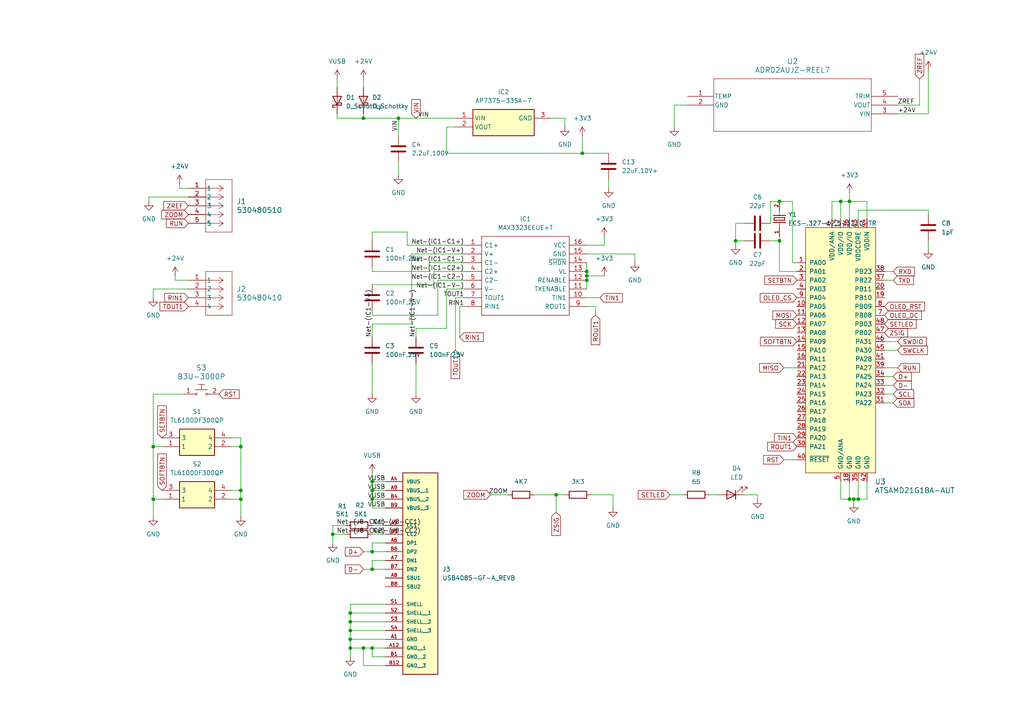
<source format=kicad_sch>
(kicad_sch (version 20231120) (generator "eeschema") (generator_version "8.0")
  (paper "A4")
  (lib_symbols
    (symbol "530480410:530480410" (pin_names (offset 0.254))
      (property "Reference" "J" (at 8.89 6.35 0))
      (property "Value" "530480410" (at 0 0 0))
      (symbol "530480410_1_1"
        (pin unspecified line (at 0 0 0) (length 5.08) (name "1") (number "1"))
        (pin unspecified line (at 0 -2.54 0) (length 5.08) (name "2") (number "2"))
        (pin unspecified line (at 0 -5.08 0) (length 5.08) (name "3") (number "3"))
        (pin unspecified line (at 0 -7.62 0) (length 5.08) (name "4") (number "4"))
      )
      (symbol "530480410_1_2"
        (pin unspecified line (at 0 0 0) (length 5.08) (name "1") (number "1"))
        (pin unspecified line (at 0 -2.54 0) (length 5.08) (name "2") (number "2"))
        (pin unspecified line (at 0 -5.08 0) (length 5.08) (name "3") (number "3"))
        (pin unspecified line (at 0 -7.62 0) (length 5.08) (name "4") (number "4"))
      )
    )
    (symbol "530480510:530480510" (pin_names (offset 0.254))
      (property "Reference" "J" (at 8.89 6.35 0))
      (property "Value" "530480510" (at 0 0 0))
      (symbol "530480510_1_1"
        (pin unspecified line (at 0 0 0) (length 5.08) (name "1") (number "1"))
        (pin unspecified line (at 0 -2.54 0) (length 5.08) (name "2") (number "2"))
        (pin unspecified line (at 0 -5.08 0) (length 5.08) (name "3") (number "3"))
        (pin unspecified line (at 0 -7.62 0) (length 5.08) (name "4") (number "4"))
        (pin unspecified line (at 0 -10.16 0) (length 5.08) (name "5") (number "5"))
      )
      (symbol "530480510_1_2"
        (pin unspecified line (at 0 0 0) (length 5.08) (name "1") (number "1"))
        (pin unspecified line (at 0 -2.54 0) (length 5.08) (name "2") (number "2"))
        (pin unspecified line (at 0 -5.08 0) (length 5.08) (name "3") (number "3"))
        (pin unspecified line (at 0 -7.62 0) (length 5.08) (name "4") (number "4"))
        (pin unspecified line (at 0 -10.16 0) (length 5.08) (name "5") (number "5"))
      )
    )
    (symbol "ADR02AUJZ_REEL7:ADR02AUJZ-REEL7" (pin_names (offset 0.254))
      (property "Reference" "U" (at 30.48 10.16 0))
      (property "Value" "ADR02AUJZ-REEL7" (at 30.48 7.62 0))
      (symbol "ADR02AUJZ-REEL7_0_1"
        (pin unspecified line (at 0 0 0) (length 7.62) (name "TEMP") (number "1"))
        (pin unspecified line (at 0 -2.54 0) (length 7.62) (name "GND") (number "2"))
        (pin unspecified line (at 60.96 -5.08 180) (length 7.62) (name "VIN") (number "3"))
        (pin unspecified line (at 60.96 -2.54 180) (length 7.62) (name "VOUT") (number "4"))
        (pin unspecified line (at 60.96 0 180) (length 7.62) (name "TRIM") (number "5"))
      )
    )
    (symbol "AP7375-33SA-7:AP7375-33SA-7"
      (property "Reference" "IC" (at 24.13 7.62 0))
      (property "Value" "AP7375-33SA-7" (at 24.13 5.08 0))
      (symbol "AP7375-33SA-7_1_1"
        (pin passive line (at 0 0 0) (length 5.08) (name "VIN") (number "1"))
        (pin passive line (at 0 -2.54 0) (length 5.08) (name "VOUT") (number "2"))
        (pin passive line (at 27.94 0 180) (length 5.08) (name "GND") (number "3"))
      )
    )
    (symbol "Device:C" (pin_numbers hide) (pin_names (offset 0.254))
      (property "Reference" "C" (at 0.635 2.54 0))
      (property "Value" "C" (at 0.635 -2.54 0))
      (symbol "C_1_1"
        (pin passive line (at 0 3.81 270) (length 2.794) (name "~") (number "1"))
        (pin passive line (at 0 -3.81 90) (length 2.794) (name "~") (number "2"))
      )
    )
    (symbol "Device:D_Schottky" (pin_numbers hide) (pin_names (offset 1.016) hide)
      (property "Reference" "D" (at 0 2.54 0))
      (property "Value" "D_Schottky" (at 0 -2.54 0))
      (symbol "D_Schottky_1_1"
        (pin passive line (at -3.81 0 0) (length 2.54) (name "K") (number "1"))
        (pin passive line (at 3.81 0 180) (length 2.54) (name "A") (number "2"))
      )
    )
    (symbol "Device:LED" (pin_numbers hide) (pin_names (offset 1.016) hide)
      (property "Reference" "D" (at 0 2.54 0))
      (property "Value" "LED" (at 0 -2.54 0))
      (symbol "LED_1_1"
        (pin passive line (at -3.81 0 0) (length 2.54) (name "K") (number "1"))
        (pin passive line (at 3.81 0 180) (length 2.54) (name "A") (number "2"))
      )
    )
    (symbol "Device:R" (pin_numbers hide) (pin_names (offset 0))
      (property "Reference" "R" (at 2.032 0 90))
      (property "Value" "R" (at 0 0 90))
      (symbol "R_1_1"
        (pin passive line (at 0 3.81 270) (length 1.27) (name "~") (number "1"))
        (pin passive line (at 0 -3.81 90) (length 1.27) (name "~") (number "2"))
      )
    )
    (symbol "ECS-.327-12.5-1210-TR:ECS-.327-12.5-1210-TR" (pin_names (offset 1.016))
      (property "Reference" "Y" (at -4.3242 2.2893 0))
      (property "Value" "ECS-.327-12.5-1210-TR" (at -4.3233 -3.8147 0))
      (symbol "ECS-.327-12.5-1210-TR_0_0"
        (pin passive line (at -5.08 0 0) (length 2.54) (name "~") (number "1"))
        (pin passive line (at 5.08 0 180) (length 2.54) (name "~") (number "2"))
      )
    )
    (symbol "MAX3323EEPE+:MAX3323EEPE+" (pin_names (offset 0.762))
      (property "Reference" "IC" (at 31.75 7.62 0))
      (property "Value" "MAX3323EEPE+" (at 31.75 5.08 0))
      (symbol "MAX3323EEPE+_0_0"
        (pin passive line (at 0 0 0) (length 5.08) (name "C1+") (number "1"))
        (pin passive line (at 35.56 -15.24 180) (length 5.08) (name "TIN1") (number "10"))
        (pin passive line (at 35.56 -12.7 180) (length 5.08) (name "TXENABLE") (number "11"))
        (pin passive line (at 35.56 -10.16 180) (length 5.08) (name "RENABLE") (number "12"))
        (pin passive line (at 35.56 -7.62 180) (length 5.08) (name "VL") (number "13"))
        (pin passive line (at 35.56 -5.08 180) (length 5.08) (name "~{SHDN}") (number "14"))
        (pin passive line (at 35.56 -2.54 180) (length 5.08) (name "GND") (number "15"))
        (pin passive line (at 35.56 0 180) (length 5.08) (name "VCC") (number "16"))
        (pin passive line (at 0 -2.54 0) (length 5.08) (name "V+") (number "2"))
        (pin passive line (at 0 -5.08 0) (length 5.08) (name "C1-") (number "3"))
        (pin passive line (at 0 -7.62 0) (length 5.08) (name "C2+") (number "4"))
        (pin passive line (at 0 -10.16 0) (length 5.08) (name "C2-") (number "5"))
        (pin passive line (at 0 -12.7 0) (length 5.08) (name "V-") (number "6"))
        (pin passive line (at 0 -15.24 0) (length 5.08) (name "TOUT1") (number "7"))
        (pin passive line (at 0 -17.78 0) (length 5.08) (name "RIN1") (number "8"))
        (pin passive line (at 35.56 -17.78 180) (length 5.08) (name "ROUT1") (number "9"))
      )
    )
    (symbol "TL6100DF300QP:TL6100AF300QP"
      (property "Reference" "S" (at 16.51 7.62 0))
      (property "Value" "TL6100AF300QP" (at 16.51 5.08 0))
      (symbol "TL6100AF300QP_1_1"
        (pin passive line (at 0 -2.54 0) (length 5.08) (name "1") (number "1"))
        (pin passive line (at 20.32 -2.54 180) (length 5.08) (name "2") (number "2"))
        (pin passive line (at 0 0 0) (length 5.08) (name "3") (number "3"))
        (pin passive line (at 20.32 0 180) (length 5.08) (name "4") (number "4"))
      )
    )
    (symbol "USB4085-GF-A_REVB:USB4085-GF-A_REVB" (pin_names (offset 1.016))
      (property "Reference" "J" (at -5.08 18.288 0))
      (property "Value" "USB4085-GF-A_REVB" (at -5.08 -43.18 0))
      (symbol "USB4085-GF-A_REVB_0_0"
        (pin power_in line (at -10.16 -30.48 0) (length 5.08) (name "GND") (number "A1"))
        (pin power_in line (at -10.16 -33.02 0) (length 5.08) (name "GND__1") (number "A12"))
        (pin power_in line (at -10.16 15.24 0) (length 5.08) (name "VBUS") (number "A4"))
        (pin bidirectional line (at -10.16 2.54 0) (length 5.08) (name "CC1") (number "A5"))
        (pin bidirectional line (at -10.16 -2.54 0) (length 5.08) (name "DP1") (number "A6"))
        (pin bidirectional line (at -10.16 -7.62 0) (length 5.08) (name "DN1") (number "A7"))
        (pin bidirectional line (at -10.16 -12.7 0) (length 5.08) (name "SBU1") (number "A8"))
        (pin power_in line (at -10.16 12.7 0) (length 5.08) (name "VBUS__1") (number "A9"))
        (pin power_in line (at -10.16 -35.56 0) (length 5.08) (name "GND__2") (number "B1"))
        (pin power_in line (at -10.16 -38.1 0) (length 5.08) (name "GND__3") (number "B12"))
        (pin power_in line (at -10.16 10.16 0) (length 5.08) (name "VBUS__2") (number "B4"))
        (pin bidirectional line (at -10.16 0 0) (length 5.08) (name "CC2") (number "B5"))
        (pin bidirectional line (at -10.16 -5.08 0) (length 5.08) (name "DP2") (number "B6"))
        (pin bidirectional line (at -10.16 -10.16 0) (length 5.08) (name "DN2") (number "B7"))
        (pin bidirectional line (at -10.16 -15.24 0) (length 5.08) (name "SBU2") (number "B8"))
        (pin power_in line (at -10.16 7.62 0) (length 5.08) (name "VBUS__3") (number "B9"))
        (pin passive line (at -10.16 -20.32 0) (length 5.08) (name "SHELL") (number "S1"))
        (pin passive line (at -10.16 -22.86 0) (length 5.08) (name "SHELL__1") (number "S2"))
        (pin passive line (at -10.16 -25.4 0) (length 5.08) (name "SHELL__2") (number "S3"))
        (pin passive line (at -10.16 -27.94 0) (length 5.08) (name "SHELL__3") (number "S4"))
      )
    )
    (symbol "dk_Embedded-Microcontrollers:ATSAMD21G18A-AUT" (pin_names (offset 1.016))
      (property "Reference" "U" (at -10.16 39.37 0))
      (property "Value" "ATSAMD21G18A-AUT" (at 0 0 90))
      (symbol "ATSAMD21G18A-AUT_1_1"
        (pin bidirectional line (at -12.7 27.94 0) (length 2.54) (name "PA00") (number "1"))
        (pin bidirectional line (at -12.7 15.24 0) (length 2.54) (name "PA05") (number "10"))
        (pin bidirectional line (at -12.7 12.7 0) (length 2.54) (name "PA06") (number "11"))
        (pin bidirectional line (at -12.7 10.16 0) (length 2.54) (name "PA07") (number "12"))
        (pin bidirectional line (at -12.7 7.62 0) (length 2.54) (name "PA08") (number "13"))
        (pin bidirectional line (at -12.7 5.08 0) (length 2.54) (name "PA09") (number "14"))
        (pin bidirectional line (at -12.7 2.54 0) (length 2.54) (name "PA10") (number "15"))
        (pin bidirectional line (at -12.7 0 0) (length 2.54) (name "PA11") (number "16"))
        (pin power_in line (at 0 40.64 270) (length 2.54) (name "VDD/IO") (number "17"))
        (pin power_in line (at 2.54 -35.56 90) (length 2.54) (name "GND") (number "18"))
        (pin bidirectional line (at 12.7 17.78 180) (length 2.54) (name "PB10") (number "19"))
        (pin bidirectional line (at -12.7 25.4 0) (length 2.54) (name "PA01") (number "2"))
        (pin bidirectional line (at 12.7 20.32 180) (length 2.54) (name "PB11") (number "20"))
        (pin bidirectional line (at -12.7 -2.54 0) (length 2.54) (name "PA12") (number "21"))
        (pin bidirectional line (at -12.7 -5.08 0) (length 2.54) (name "PA13") (number "22"))
        (pin bidirectional line (at -12.7 -7.62 0) (length 2.54) (name "PA14") (number "23"))
        (pin bidirectional line (at -12.7 -10.16 0) (length 2.54) (name "PA15") (number "24"))
        (pin bidirectional line (at -12.7 -12.7 0) (length 2.54) (name "PA16") (number "25"))
        (pin bidirectional line (at -12.7 -15.24 0) (length 2.54) (name "PA17") (number "26"))
        (pin bidirectional line (at -12.7 -17.78 0) (length 2.54) (name "PA18") (number "27"))
        (pin bidirectional line (at -12.7 -20.32 0) (length 2.54) (name "PA19") (number "28"))
        (pin bidirectional line (at -12.7 -22.86 0) (length 2.54) (name "PA20") (number "29"))
        (pin bidirectional line (at -12.7 22.86 0) (length 2.54) (name "PA02") (number "3"))
        (pin bidirectional line (at -12.7 -25.4 0) (length 2.54) (name "PA21") (number "30"))
        (pin bidirectional line (at 12.7 -12.7 180) (length 2.54) (name "PA22") (number "31"))
        (pin bidirectional line (at 12.7 -10.16 180) (length 2.54) (name "PA23") (number "32"))
        (pin bidirectional line (at 12.7 -7.62 180) (length 2.54) (name "PA24") (number "33"))
        (pin bidirectional line (at 12.7 -5.08 180) (length 2.54) (name "PA25") (number "34"))
        (pin power_in line (at 5.08 -35.56 90) (length 2.54) (name "GND") (number "35"))
        (pin power_in line (at 2.54 40.64 270) (length 2.54) (name "VDD/IO") (number "36"))
        (pin bidirectional line (at 12.7 22.86 180) (length 2.54) (name "PB22") (number "37"))
        (pin bidirectional line (at 12.7 25.4 180) (length 2.54) (name "PB23") (number "38"))
        (pin bidirectional line (at 12.7 -2.54 180) (length 2.54) (name "PA27") (number "39"))
        (pin bidirectional line (at -12.7 20.32 0) (length 2.54) (name "PA03") (number "4"))
        (pin input line (at -12.7 -29.21 0) (length 2.54) (name "~{RESET}") (number "40"))
        (pin bidirectional line (at 12.7 0 180) (length 2.54) (name "PA28") (number "41"))
        (pin power_in line (at 7.62 -35.56 90) (length 2.54) (name "GND") (number "42"))
        (pin power_in line (at 5.08 40.64 270) (length 2.54) (name "VDDCORE") (number "43"))
        (pin power_in line (at 7.62 40.64 270) (length 2.54) (name "VDDIN") (number "44"))
        (pin bidirectional line (at 12.7 2.54 180) (length 2.54) (name "PA30") (number "45"))
        (pin bidirectional line (at 12.7 5.08 180) (length 2.54) (name "PA31") (number "46"))
        (pin bidirectional line (at 12.7 7.62 180) (length 2.54) (name "PB02") (number "47"))
        (pin bidirectional line (at 12.7 10.16 180) (length 2.54) (name "PB03") (number "48"))
        (pin power_in line (at 0 -35.56 90) (length 2.54) (name "GND/ANA") (number "5"))
        (pin power_in line (at -2.54 40.64 270) (length 2.54) (name "VDD/ANA") (number "6"))
        (pin bidirectional line (at 12.7 12.7 180) (length 2.54) (name "PB08") (number "7"))
        (pin bidirectional line (at 12.7 15.24 180) (length 2.54) (name "PB09") (number "8"))
        (pin bidirectional line (at -12.7 17.78 0) (length 2.54) (name "PA04") (number "9"))
      )
    )
    (symbol "dk_Tactile-Switches:B3U-1000P" (pin_names (offset 1.016))
      (property "Reference" "S" (at 0 4.064 0))
      (property "Value" "B3U-1000P" (at 0 -2.54 0))
      (symbol "B3U-1000P_1_1"
        (pin passive line (at -5.08 0 0) (length 2.54) (name "~") (number "1"))
        (pin passive line (at 5.08 0 180) (length 2.54) (name "~") (number "2"))
      )
    )
    (symbol "power:+24V" (power) (pin_numbers hide) (pin_names (offset 0) hide)
      (property "Value" "+24V" (at 0 3.556 0))
      (symbol "+24V_1_1"
        (pin power_in line (at 0 0 90) (length 0) (name "~") (number "1"))
      )
    )
    (symbol "power:+3V3" (power) (pin_numbers hide) (pin_names (offset 0) hide)
      (property "Value" "+3V3" (at 0 3.556 0))
      (symbol "+3V3_1_1"
        (pin power_in line (at 0 0 90) (length 0) (name "~") (number "1"))
      )
    )
    (symbol "power:GND" (power) (pin_numbers hide) (pin_names (offset 0) hide)
      (property "Value" "GND" (at 0 -3.81 0))
      (symbol "GND_1_1"
        (pin power_in line (at 0 0 270) (length 0) (name "~") (number "1"))
      )
    )
  )
  (junction (at 246.38 144.78))
  (junction (at 96.52 154.94))
  (junction (at 213.36 69.85))
  (junction (at 44.45 144.78))
  (junction (at 69.85 142.24))
  (junction (at 115.57 34.29))
  (junction (at 226.06 69.85))
  (junction (at 161.29 143.51))
  (junction (at 107.95 160.02))
  (junction (at 101.6 187.96))
  (junction (at 107.95 144.78))
  (junction (at 101.6 177.8))
  (junction (at 107.95 142.24))
  (junction (at 107.95 165.1))
  (junction (at 44.45 129.54))
  (junction (at 248.92 144.78))
  (junction (at 105.41 34.29))
  (junction (at 246.38 58.42))
  (junction (at 247.65 144.78))
  (junction (at 101.6 180.34))
  (junction (at 107.95 139.7))
  (junction (at 170.18 80.01))
  (junction (at 226.06 58.42))
  (junction (at 243.84 58.42))
  (junction (at 69.85 144.78))
  (junction (at 170.18 81.28))
  (junction (at 168.91 44.45))
  (junction (at 170.18 78.74))
  (junction (at 107.95 187.96))
  (junction (at 101.6 185.42))
  (junction (at 69.85 129.54))
  (junction (at 101.6 182.88))
  (junction (at 105.41 187.96))
  (wire (pts (xy 129.54 83.82) (xy 134.62 83.82)))
  (wire (pts (xy 132.08 86.36) (xy 132.08 101.6)))
  (wire (pts (xy 251.46 139.7) (xy 251.46 144.78)))
  (wire (pts (xy 170.18 76.2) (xy 170.18 78.74)))
  (wire (pts (xy 46.99 144.78) (xy 44.45 144.78)))
  (wire (pts (xy 107.95 90.17) (xy 107.95 91.44)))
  (wire (pts (xy 107.95 142.24) (xy 111.76 142.24)))
  (wire (pts (xy 256.54 106.68) (xy 260.35 106.68)))
  (wire (pts (xy 67.31 144.78) (xy 69.85 144.78)))
  (wire (pts (xy 219.71 143.51) (xy 219.71 144.78)))
  (wire (pts (xy 44.45 129.54) (xy 44.45 144.78)))
  (wire (pts (xy 44.45 86.36) (xy 44.45 83.82)))
  (wire (pts (xy 241.3 58.42) (xy 243.84 58.42)))
  (wire (pts (xy 101.6 177.8) (xy 101.6 180.34)))
  (wire (pts (xy 246.38 58.42) (xy 251.46 58.42)))
  (wire (pts (xy 107.95 165.1) (xy 111.76 165.1)))
  (wire (pts (xy 229.87 58.42) (xy 229.87 76.2)))
  (wire (pts (xy 227.33 133.35) (xy 231.14 133.35)))
  (wire (pts (xy 251.46 63.5) (xy 251.46 58.42)))
  (wire (pts (xy 101.6 187.96) (xy 105.41 187.96)))
  (wire (pts (xy 142.24 143.51) (xy 147.32 143.51)))
  (wire (pts (xy 107.95 190.5) (xy 107.95 187.96)))
  (wire (pts (xy 184.15 73.66) (xy 184.15 76.2)))
  (wire (pts (xy 115.57 39.37) (xy 115.57 34.29)))
  (wire (pts (xy 105.41 33.02) (xy 105.41 34.29)))
  (wire (pts (xy 111.76 190.5) (xy 107.95 190.5)))
  (wire (pts (xy 107.95 93.98) (xy 107.95 97.79)))
  (wire (pts (xy 43.18 58.42) (xy 43.18 57.15)))
  (wire (pts (xy 107.95 147.32) (xy 107.95 144.78)))
  (wire (pts (xy 170.18 81.28) (xy 170.18 83.82)))
  (wire (pts (xy 243.84 63.5) (xy 243.84 58.42)))
  (wire (pts (xy 107.95 147.32) (xy 111.76 147.32)))
  (wire (pts (xy 50.8 80.01) (xy 50.8 81.28)))
  (wire (pts (xy 127 81.28) (xy 134.62 81.28)))
  (wire (pts (xy 248.92 63.5) (xy 248.92 60.96)))
  (wire (pts (xy 168.91 39.37) (xy 168.91 44.45)))
  (wire (pts (xy 231.14 76.2) (xy 229.87 76.2)))
  (wire (pts (xy 107.95 160.02) (xy 111.76 160.02)))
  (wire (pts (xy 127 91.44) (xy 127 81.28)))
  (wire (pts (xy 223.52 64.77) (xy 223.52 58.42)))
  (wire (pts (xy 100.33 152.4) (xy 96.52 152.4)))
  (wire (pts (xy 115.57 46.99) (xy 115.57 50.8)))
  (wire (pts (xy 170.18 78.74) (xy 170.18 80.01)))
  (wire (pts (xy 105.41 187.96) (xy 105.41 193.04)))
  (wire (pts (xy 226.06 58.42) (xy 229.87 58.42)))
  (wire (pts (xy 120.65 95.25) (xy 129.54 95.25)))
  (wire (pts (xy 107.95 67.31) (xy 107.95 69.85)))
  (wire (pts (xy 160.02 34.29) (xy 163.83 34.29)))
  (wire (pts (xy 54.61 54.61) (xy 52.07 54.61)))
  (wire (pts (xy 111.76 139.7) (xy 107.95 139.7)))
  (wire (pts (xy 269.24 20.32) (xy 269.24 33.02)))
  (wire (pts (xy 134.62 88.9) (xy 133.35 88.9)))
  (wire (pts (xy 43.18 57.15) (xy 54.61 57.15)))
  (wire (pts (xy 170.18 88.9) (xy 172.72 88.9)))
  (wire (pts (xy 215.9 143.51) (xy 219.71 143.51)))
  (wire (pts (xy 97.79 33.02) (xy 97.79 34.29)))
  (wire (pts (xy 163.83 34.29) (xy 163.83 36.83)))
  (wire (pts (xy 107.95 105.41) (xy 107.95 114.3)))
  (wire (pts (xy 223.52 58.42) (xy 226.06 58.42)))
  (wire (pts (xy 172.72 88.9) (xy 172.72 91.44)))
  (wire (pts (xy 124.46 78.74) (xy 124.46 76.2)))
  (wire (pts (xy 120.65 97.79) (xy 120.65 95.25)))
  (wire (pts (xy 243.84 144.78) (xy 246.38 144.78)))
  (wire (pts (xy 256.54 81.28) (xy 259.08 81.28)))
  (wire (pts (xy 205.74 143.51) (xy 208.28 143.51)))
  (wire (pts (xy 111.76 193.04) (xy 105.41 193.04)))
  (wire (pts (xy 46.99 129.54) (xy 44.45 129.54)))
  (wire (pts (xy 133.35 88.9) (xy 133.35 97.79)))
  (wire (pts (xy 247.65 144.78) (xy 247.65 146.05)))
  (wire (pts (xy 170.18 86.36) (xy 173.99 86.36)))
  (wire (pts (xy 170.18 80.01) (xy 175.26 80.01)))
  (wire (pts (xy 213.36 64.77) (xy 215.9 64.77)))
  (wire (pts (xy 241.3 63.5) (xy 241.3 58.42)))
  (wire (pts (xy 256.54 101.6) (xy 260.35 101.6)))
  (wire (pts (xy 44.45 114.3) (xy 44.45 129.54)))
  (wire (pts (xy 44.45 144.78) (xy 44.45 149.86)))
  (wire (pts (xy 107.95 139.7) (xy 107.95 142.24)))
  (wire (pts (xy 107.95 157.48) (xy 107.95 160.02)))
  (wire (pts (xy 107.95 91.44) (xy 127 91.44)))
  (wire (pts (xy 107.95 82.55) (xy 125.73 82.55)))
  (wire (pts (xy 111.76 162.56) (xy 107.95 162.56)))
  (wire (pts (xy 96.52 157.48) (xy 96.52 154.94)))
  (wire (pts (xy 256.54 99.06) (xy 260.35 99.06)))
  (wire (pts (xy 101.6 175.26) (xy 101.6 177.8)))
  (wire (pts (xy 97.79 22.86) (xy 97.79 25.4)))
  (wire (pts (xy 101.6 177.8) (xy 111.76 177.8)))
  (wire (pts (xy 69.85 144.78) (xy 69.85 149.86)))
  (wire (pts (xy 168.91 44.45) (xy 176.53 44.45)))
  (wire (pts (xy 177.8 143.51) (xy 177.8 147.32)))
  (wire (pts (xy 111.76 157.48) (xy 107.95 157.48)))
  (wire (pts (xy 248.92 60.96) (xy 269.24 60.96)))
  (wire (pts (xy 260.35 30.48) (xy 266.7 30.48)))
  (wire (pts (xy 260.35 33.02) (xy 269.24 33.02)))
  (wire (pts (xy 101.6 180.34) (xy 111.76 180.34)))
  (wire (pts (xy 129.54 44.45) (xy 168.91 44.45)))
  (wire (pts (xy 226.06 68.58) (xy 226.06 69.85)))
  (wire (pts (xy 246.38 139.7) (xy 246.38 144.78)))
  (wire (pts (xy 118.11 67.31) (xy 107.95 67.31)))
  (wire (pts (xy 256.54 111.76) (xy 259.08 111.76)))
  (wire (pts (xy 107.95 77.47) (xy 107.95 78.74)))
  (wire (pts (xy 161.29 143.51) (xy 161.29 148.59)))
  (wire (pts (xy 107.95 187.96) (xy 111.76 187.96)))
  (wire (pts (xy 54.61 81.28) (xy 50.8 81.28)))
  (wire (pts (xy 256.54 114.3) (xy 259.08 114.3)))
  (wire (pts (xy 170.18 73.66) (xy 184.15 73.66)))
  (wire (pts (xy 266.7 22.86) (xy 266.7 30.48)))
  (wire (pts (xy 176.53 52.07) (xy 176.53 54.61)))
  (wire (pts (xy 134.62 71.12) (xy 118.11 71.12)))
  (wire (pts (xy 44.45 114.3) (xy 53.34 114.3)))
  (wire (pts (xy 107.95 142.24) (xy 107.95 144.78)))
  (wire (pts (xy 105.41 160.02) (xy 107.95 160.02)))
  (wire (pts (xy 107.95 154.94) (xy 111.76 154.94)))
  (wire (pts (xy 227.33 106.68) (xy 231.14 106.68)))
  (wire (pts (xy 120.65 105.41) (xy 120.65 114.3)))
  (wire (pts (xy 105.41 187.96) (xy 107.95 187.96)))
  (wire (pts (xy 69.85 142.24) (xy 69.85 144.78)))
  (wire (pts (xy 44.45 83.82) (xy 54.61 83.82)))
  (wire (pts (xy 161.29 143.51) (xy 163.83 143.51)))
  (wire (pts (xy 269.24 60.96) (xy 269.24 62.23)))
  (wire (pts (xy 107.95 162.56) (xy 107.95 165.1)))
  (wire (pts (xy 101.6 187.96) (xy 101.6 190.5)))
  (wire (pts (xy 247.65 144.78) (xy 248.92 144.78)))
  (wire (pts (xy 194.31 143.51) (xy 198.12 143.51)))
  (wire (pts (xy 67.31 129.54) (xy 69.85 129.54)))
  (wire (pts (xy 101.6 180.34) (xy 101.6 182.88)))
  (wire (pts (xy 213.36 64.77) (xy 213.36 69.85)))
  (wire (pts (xy 107.95 152.4) (xy 111.76 152.4)))
  (wire (pts (xy 175.26 68.58) (xy 175.26 71.12)))
  (wire (pts (xy 105.41 22.86) (xy 105.41 25.4)))
  (wire (pts (xy 96.52 154.94) (xy 100.33 154.94)))
  (wire (pts (xy 101.6 182.88) (xy 101.6 185.42)))
  (wire (pts (xy 107.95 93.98) (xy 119.38 93.98)))
  (wire (pts (xy 67.31 142.24) (xy 69.85 142.24)))
  (wire (pts (xy 105.41 165.1) (xy 107.95 165.1)))
  (wire (pts (xy 119.38 73.66) (xy 134.62 73.66)))
  (wire (pts (xy 195.58 30.48) (xy 195.58 36.83)))
  (wire (pts (xy 223.52 69.85) (xy 226.06 69.85)))
  (wire (pts (xy 105.41 34.29) (xy 115.57 34.29)))
  (wire (pts (xy 107.95 78.74) (xy 124.46 78.74)))
  (wire (pts (xy 69.85 129.54) (xy 69.85 142.24)))
  (wire (pts (xy 226.06 69.85) (xy 226.06 78.74)))
  (wire (pts (xy 107.95 137.16) (xy 107.95 139.7)))
  (wire (pts (xy 132.08 36.83) (xy 129.54 36.83)))
  (wire (pts (xy 213.36 69.85) (xy 213.36 71.12)))
  (wire (pts (xy 101.6 182.88) (xy 111.76 182.88)))
  (wire (pts (xy 111.76 144.78) (xy 107.95 144.78)))
  (wire (pts (xy 248.92 144.78) (xy 251.46 144.78)))
  (wire (pts (xy 97.79 34.29) (xy 105.41 34.29)))
  (wire (pts (xy 119.38 93.98) (xy 119.38 73.66)))
  (wire (pts (xy 269.24 69.85) (xy 269.24 72.39)))
  (wire (pts (xy 154.94 143.51) (xy 161.29 143.51)))
  (wire (pts (xy 125.73 82.55) (xy 125.73 78.74)))
  (wire (pts (xy 118.11 71.12) (xy 118.11 67.31)))
  (wire (pts (xy 246.38 144.78) (xy 247.65 144.78)))
  (wire (pts (xy 129.54 36.83) (xy 129.54 44.45)))
  (wire (pts (xy 124.46 76.2) (xy 134.62 76.2)))
  (wire (pts (xy 170.18 71.12) (xy 175.26 71.12)))
  (wire (pts (xy 256.54 116.84) (xy 259.08 116.84)))
  (wire (pts (xy 101.6 175.26) (xy 111.76 175.26)))
  (wire (pts (xy 67.31 127) (xy 69.85 127)))
  (wire (pts (xy 170.18 80.01) (xy 170.18 81.28)))
  (wire (pts (xy 134.62 86.36) (xy 132.08 86.36)))
  (wire (pts (xy 52.07 53.34) (xy 52.07 54.61)))
  (wire (pts (xy 199.39 30.48) (xy 195.58 30.48)))
  (wire (pts (xy 115.57 34.29) (xy 132.08 34.29)))
  (wire (pts (xy 69.85 127) (xy 69.85 129.54)))
  (wire (pts (xy 256.54 109.22) (xy 259.08 109.22)))
  (wire (pts (xy 256.54 78.74) (xy 259.08 78.74)))
  (wire (pts (xy 101.6 185.42) (xy 101.6 187.96)))
  (wire (pts (xy 96.52 152.4) (xy 96.52 154.94)))
  (wire (pts (xy 248.92 139.7) (xy 248.92 144.78)))
  (wire (pts (xy 171.45 143.51) (xy 177.8 143.51)))
  (wire (pts (xy 125.73 78.74) (xy 134.62 78.74)))
  (wire (pts (xy 226.06 78.74) (xy 231.14 78.74)))
  (wire (pts (xy 129.54 95.25) (xy 129.54 83.82)))
  (wire (pts (xy 243.84 139.7) (xy 243.84 144.78)))
  (wire (pts (xy 213.36 69.85) (xy 215.9 69.85)))
  (wire (pts (xy 101.6 185.42) (xy 111.76 185.42)))
  (wire (pts (xy 246.38 58.42) (xy 246.38 63.5)))
  (wire (pts (xy 243.84 58.42) (xy 246.38 58.42)))
  (wire (pts (xy 246.38 55.88) (xy 246.38 58.42)))
  (label "VUSB" (at 111.76 139.7 180))
  (label "RIN1" (at 134.62 88.9 180))
  (label "+24V" (at 260.35 33.02 0))
  (label "Net-(J8-CC2)" (at 111.76 154.94 180))
  (label "VIN" (at 124.46 34.29 180))
  (label "VUSB" (at 111.76 144.78 180))
  (label "ZOOM" (at 147.32 143.51 180))
  (label "VIN" (at 115.57 38.1 90))
  (label "Net-(IC1-C1-)" (at 134.62 76.2 180))
  (label "Net-(IC1-C1+)" (at 134.62 71.12 180))
  (label "Net-(IC1-V+)" (at 107.95 97.79 90))
  (label "Net-(IC1-V+)" (at 134.62 73.66 180))
  (label "Net-(J8-CC2)" (at 107.95 154.94 0))
  (label "Net-(J8-CC1)" (at 107.95 152.4 0))
  (label "Net-(IC1-C2-)" (at 134.62 81.28 180))
  (label "Net-(J8-CC1)" (at 111.76 152.4 180))
  (label "VUSB" (at 111.76 142.24 180))
  (label "Net-(IC1-V-)" (at 120.65 97.79 90))
  (label "Net-(IC1-C2+)" (at 134.62 78.74 180))
  (label "Net-(IC1-V-)" (at 134.62 83.82 180))
  (label "ZREF" (at 260.35 30.48 0))
  (label "TOUT1" (at 134.62 86.36 180))
  (label "VUSB" (at 111.76 147.32 180))
  (global_label "SWDIO" (shape input) (at 260.35 99.06 0) (property "Intersheetrefs" "${INTERSHEET_REFS}" (effects (hide yes))))
  (global_label "MOSI" (shape input) (at 231.14 91.44 180) (property "Intersheetrefs" "${INTERSHEET_REFS}" (effects (hide yes))))
  (global_label "ZREF" (shape input) (at 266.7 22.86 90) (property "Intersheetrefs" "${INTERSHEET_REFS}" (effects (hide yes))))
  (global_label "TXD" (shape input) (at 259.08 81.28 0) (property "Intersheetrefs" "${INTERSHEET_REFS}" (effects (hide yes))))
  (global_label "SETLED" (shape input) (at 194.31 143.51 180) (property "Intersheetrefs" "${INTERSHEET_REFS}" (effects (hide yes))))
  (global_label "TOUT1" (shape input) (at 132.08 101.6 270) (property "Intersheetrefs" "${INTERSHEET_REFS}" (effects (hide yes))))
  (global_label "D+" (shape input) (at 105.41 160.02 180) (property "Intersheetrefs" "${INTERSHEET_REFS}" (effects (hide yes))))
  (global_label "SETLED" (shape input) (at 256.54 93.98 0) (property "Intersheetrefs" "${INTERSHEET_REFS}" (effects (hide yes))))
  (global_label "OLED_RST" (shape input) (at 256.54 88.9 0) (property "Intersheetrefs" "${INTERSHEET_REFS}" (effects (hide yes))))
  (global_label "RST" (shape input) (at 227.33 133.35 180) (property "Intersheetrefs" "${INTERSHEET_REFS}" (effects (hide yes))))
  (global_label "SCK" (shape input) (at 231.14 93.98 180) (property "Intersheetrefs" "${INTERSHEET_REFS}" (effects (hide yes))))
  (global_label "MISO" (shape input) (at 227.33 106.68 180) (property "Intersheetrefs" "${INTERSHEET_REFS}" (effects (hide yes))))
  (global_label "SOFTBTN" (shape input) (at 231.14 99.06 180) (property "Intersheetrefs" "${INTERSHEET_REFS}" (effects (hide yes))))
  (global_label "RIN1" (shape input) (at 54.61 86.36 180) (property "Intersheetrefs" "${INTERSHEET_REFS}" (effects (hide yes))))
  (global_label "TIN1" (shape input) (at 173.99 86.36 0) (property "Intersheetrefs" "${INTERSHEET_REFS}" (effects (hide yes))))
  (global_label "SWCLK" (shape input) (at 260.35 101.6 0) (property "Intersheetrefs" "${INTERSHEET_REFS}" (effects (hide yes))))
  (global_label "TOUT1" (shape input) (at 54.61 88.9 180) (property "Intersheetrefs" "${INTERSHEET_REFS}" (effects (hide yes))))
  (global_label "SETBTN" (shape input) (at 231.14 81.28 180) (property "Intersheetrefs" "${INTERSHEET_REFS}" (effects (hide yes))))
  (global_label "ROUT1" (shape input) (at 231.14 129.54 180) (property "Intersheetrefs" "${INTERSHEET_REFS}" (effects (hide yes))))
  (global_label "SDA" (shape input) (at 259.08 116.84 0) (property "Intersheetrefs" "${INTERSHEET_REFS}" (effects (hide yes))))
  (global_label "SOFTBTN" (shape input) (at 46.99 142.24 90) (property "Intersheetrefs" "${INTERSHEET_REFS}" (effects (hide yes))))
  (global_label "SETBTN" (shape input) (at 46.99 127 90) (property "Intersheetrefs" "${INTERSHEET_REFS}" (effects (hide yes))))
  (global_label "ROUT1" (shape input) (at 172.72 91.44 270) (property "Intersheetrefs" "${INTERSHEET_REFS}" (effects (hide yes))))
  (global_label "VIN" (shape input) (at 120.65 34.29 90) (property "Intersheetrefs" "${INTERSHEET_REFS}" (effects (hide yes))))
  (global_label "ZSIG" (shape input) (at 256.54 96.52 0) (property "Intersheetrefs" "${INTERSHEET_REFS}" (effects (hide yes))))
  (global_label "ZOOM" (shape input) (at 142.24 143.51 180) (property "Intersheetrefs" "${INTERSHEET_REFS}" (effects (hide yes))))
  (global_label "RIN1" (shape input) (at 133.35 97.79 0) (property "Intersheetrefs" "${INTERSHEET_REFS}" (effects (hide yes))))
  (global_label "RUN" (shape input) (at 260.35 106.68 0) (property "Intersheetrefs" "${INTERSHEET_REFS}" (effects (hide yes))))
  (global_label "TIN1" (shape input) (at 231.14 127 180) (property "Intersheetrefs" "${INTERSHEET_REFS}" (effects (hide yes))))
  (global_label "SCL" (shape input) (at 259.08 114.3 0) (property "Intersheetrefs" "${INTERSHEET_REFS}" (effects (hide yes))))
  (global_label "ZREF" (shape input) (at 54.61 59.69 180) (property "Intersheetrefs" "${INTERSHEET_REFS}" (effects (hide yes))))
  (global_label "RUN" (shape input) (at 54.61 64.77 180) (property "Intersheetrefs" "${INTERSHEET_REFS}" (effects (hide yes))))
  (global_label "ZSIG" (shape input) (at 161.29 148.59 270) (property "Intersheetrefs" "${INTERSHEET_REFS}" (effects (hide yes))))
  (global_label "D+" (shape input) (at 259.08 109.22 0) (property "Intersheetrefs" "${INTERSHEET_REFS}" (effects (hide yes))))
  (global_label "ZOOM" (shape input) (at 54.61 62.23 180) (property "Intersheetrefs" "${INTERSHEET_REFS}" (effects (hide yes))))
  (global_label "D-" (shape input) (at 105.41 165.1 180) (property "Intersheetrefs" "${INTERSHEET_REFS}" (effects (hide yes))))
  (global_label "OLED_DC" (shape input) (at 256.54 91.44 0) (property "Intersheetrefs" "${INTERSHEET_REFS}" (effects (hide yes))))
  (global_label "OLED_CS" (shape input) (at 231.14 86.36 180) (property "Intersheetrefs" "${INTERSHEET_REFS}" (effects (hide yes))))
  (global_label "RST" (shape input) (at 63.5 114.3 0) (property "Intersheetrefs" "${INTERSHEET_REFS}" (effects (hide yes))))
  (global_label "D-" (shape input) (at 259.08 111.76 0) (property "Intersheetrefs" "${INTERSHEET_REFS}" (effects (hide yes))))
  (global_label "RXD" (shape input) (at 259.08 78.74 0) (property "Intersheetrefs" "${INTERSHEET_REFS}" (effects (hide yes))))
  (symbol (lib_id "power:+24V") (at 107.95 137.16 0) (unit 1)
    (property "Reference" "#PWR011" (effects (hide yes)))
    (property "Value" "VUSB" (at 107.95 132.08 0))
    (property "Description" "Power symbol creates a global label with name \"VUSB\"" (effects (hide yes)))
  )
  (symbol (lib_id "AP7375-33SA-7:AP7375-33SA-7") (at 132.08 34.29 0) (unit 1)
    (property "Reference" "IC2" (at 146.05 26.67 0))
    (property "Value" "AP7375-33SA-7" (at 146.05 29.21 0))
    (property "Footprint" "AP7375-33SA-7:SOT96P240X110-3N" (effects (hide yes)))
    (property "Datasheet" "https://www.diodes.com/assets/Datasheets/AP7375.pdf" (effects (hide yes)))
    (property "Description" "LDO Voltage Regulators LDO CMOS LowCurr SOT23 T&R 3K" (effects (hide yes)))
    (property "Part Number" "AP7375-33SA-7" (effects (hide yes)))
    (property "URL" "https://www.digikey.com/en/products/detail/diodes-incorporated/AP7375-33SA-7/16400213?s=N4IgTCBcDaIIIAUDsBmJBWAtClBlOmSIAugL5A" (effects (hide yes)))
  )
  (symbol (lib_id "power:+3V3") (at 168.91 39.37 0) (unit 1)
    (property "Reference" "#PWR014" (effects (hide yes)))
    (property "Value" "+3V3" (at 168.91 34.29 0))
    (property "Description" "Power symbol creates a global label with name \"+3V3\"" (effects (hide yes)))
  )
  (symbol (lib_id "530480510:530480510") (at 54.61 54.61 0) (unit 1)
    (property "Reference" "J1" (at 68.58 58.4199 0) (effects (font (size 1.524 1.524)) (justify left)))
    (property "Value" "530480510" (at 68.58 60.9599 0) (effects (font (size 1.524 1.524)) (justify left)))
    (property "Footprint" "Connector_Molex:Molex_PicoBlade_53048-0510_1x05_P1.25mm_Horizontal" (effects (hide yes)))
    (property "Datasheet" "530480510" (effects (hide yes)))
    (property "Part Number" "530480510" (effects (hide yes)))
    (property "URL" "https://www.digikey.com/en/products/detail/molex/0530480510/242867?s=N4IgTCBcDaIKwGYAMAWAHEuBGJIC6AvkA" (effects (hide yes)))
  )
  (symbol (lib_id "Device:LED") (at 212.09 143.51 180) (unit 1)
    (property "Reference" "D4" (at 213.6775 135.89 0))
    (property "Value" "LED" (at 213.6775 138.43 0))
    (property "Footprint" "LED_SMD:LED_0805_2012Metric" (effects (hide yes)))
    (property "Description" "Light emitting diode" (effects (hide yes)))
    (property "Part Number" "B1701URO-20D000114U1930" (effects (hide yes)))
    (property "URL" "https://www.digikey.com/en/products/detail/harvatek-corporation/B1701URO-20D000114U1930/16671739" (effects (hide yes)))
  )
  (symbol (lib_id "power:GND") (at 177.8 147.32 0) (unit 1)
    (property "Reference" "#PWR018" (effects (hide yes)))
    (property "Value" "GND" (at 177.8 152.4 0))
    (property "Description" "Power symbol creates a global label with name \"GND\" , ground" (effects (hide yes)))
  )
  (symbol (lib_id "power:GND") (at 101.6 190.5 0) (unit 1)
    (property "Reference" "#PWR08" (effects (hide yes)))
    (property "Value" "GND" (at 101.6 195.58 0))
    (property "Description" "Power symbol creates a global label with name \"GND\" , ground" (effects (hide yes)))
  )
  (symbol (lib_id "power:GND") (at 44.45 86.36 0) (unit 1)
    (property "Reference" "#PWR03" (effects (hide yes)))
    (property "Value" "GND" (at 44.45 91.44 0))
    (property "Description" "Power symbol creates a global label with name \"GND\" , ground" (effects (hide yes)))
  )
  (symbol (lib_id "ECS-.327-12.5-1210-TR:ECS-.327-12.5-1210-TR") (at 226.06 63.5 90) (unit 1)
    (property "Reference" "Y1" (at 228.6 62.2299 90) (effects (justify right)))
    (property "Value" "ECS-.327-12.5-1210-TR" (at 228.6 64.7699 90) (effects (justify right)))
    (property "Footprint" "ECS__327_12_5_1210_TR:XTAL_ECS-.327-12.5-1210-TR" (effects (hide yes)))
  )
  (symbol (lib_id "Device:C") (at 269.24 66.04 0) (unit 1)
    (property "Reference" "C8" (at 273.05 64.7699 0) (effects (justify left)))
    (property "Value" "1pF" (at 273.05 67.3099 0) (effects (justify left)))
    (property "Footprint" "Capacitor_SMD:C_0402_1005Metric" (effects (hide yes)))
    (property "Description" "Unpolarized capacitor" (effects (hide yes)))
    (property "Part Number" "CL05C010CB5NNNC" (effects (hide yes)))
    (property "URL" "https://www.digikey.com/en/products/detail/samsung-electro-mechanics/CL05C010CB5NNNC/3887253" (effects (hide yes)))
  )
  (symbol (lib_id "power:GND") (at 195.58 36.83 0) (unit 1)
    (property "Reference" "#PWR021" (effects (hide yes)))
    (property "Value" "GND" (at 195.58 41.91 0))
    (property "Description" "Power symbol creates a global label with name \"GND\" , ground" (effects (hide yes)))
  )
  (symbol (lib_id "power:GND") (at 269.24 72.39 0) (unit 1)
    (property "Reference" "#PWR026" (effects (hide yes)))
    (property "Value" "GND" (at 269.24 77.47 0))
    (property "Description" "Power symbol creates a global label with name \"GND\" , ground" (effects (hide yes)))
  )
  (symbol (lib_id "MAX3323EEPE+:MAX3323EEPE+") (at 134.62 71.12 0) (unit 1)
    (property "Reference" "IC1" (at 152.4 63.5 0))
    (property "Value" "MAX3323EEUE+T" (at 152.4 66.04 0))
    (property "Footprint" "Package_SO:TSSOP-16_4.4x5mm_P0.65mm" (effects (hide yes)))
    (property "Datasheet" "https://componentsearchengine.com/Datasheets/2/MAX3323EEPE+.pdf" (effects (hide yes)))
    (property "Description" "RS-232 Interface IC +/-15kV ESD-Protected, RS-232 Transceivers for Multidrop Applications" (effects (hide yes)))
    (property "Part Number" "MAX3323EEUE+T" (effects (hide yes)))
    (property "URL" "https://www.digikey.com/en/products/detail/analog-devices-inc-maxim-integrated/MAX3323EEUE-T/1703799" (effects (hide yes)))
  )
  (symbol (lib_id "power:GND") (at 213.36 71.12 0) (unit 1)
    (property "Reference" "#PWR022" (effects (hide yes)))
    (property "Value" "GND" (at 213.36 76.2 0))
    (property "Description" "Power symbol creates a global label with name \"GND\" , ground" (effects (hide yes)))
  )
  (symbol (lib_id "power:GND") (at 247.65 146.05 0) (unit 1)
    (property "Reference" "#PWR024" (effects (hide yes)))
    (property "Value" "GND" (at 247.65 151.13 0))
    (property "Description" "Power symbol creates a global label with name \"GND\" , ground" (effects (hide yes)))
  )
  (symbol (lib_id "ADR02AUJZ_REEL7:ADR02AUJZ-REEL7") (at 199.39 27.94 0) (unit 1)
    (property "Reference" "U2" (at 229.87 17.78 0) (effects (font (size 1.524 1.524))))
    (property "Value" "ADR02AUJZ-REEL7" (at 229.87 20.32 0) (effects (font (size 1.524 1.524))))
    (property "Footprint" "Package_TO_SOT_SMD:TSOT-23-5" (effects (hide yes)))
    (property "Datasheet" "ADR02AUJZ-REEL7" (effects (hide yes)))
    (property "Part Number" "ADR02AUJZ-REEL7" (effects (hide yes)))
    (property "URL" "https://www.digikey.com/en/products/detail/analog-devices-inc/ADR02AUJZ-REEL7/699443?s=N4IgTCBcDaIIIBEBKAGMcCqApAWiAugL5A" (effects (hide yes)))
  )
  (symbol (lib_id "power:+3V3") (at 175.26 68.58 0) (unit 1)
    (property "Reference" "#PWR016" (effects (hide yes)))
    (property "Value" "+3V3" (at 175.26 63.5 0))
    (property "Description" "Power symbol creates a global label with name \"+3V3\"" (effects (hide yes)))
  )
  (symbol (lib_id "Device:C") (at 107.95 86.36 0) (unit 1)
    (property "Reference" "C2" (at 111.76 85.0899 0) (effects (justify left)))
    (property "Value" "100nF,25V  " (at 111.76 87.6299 0) (effects (justify left)))
    (property "Footprint" "Capacitor_SMD:C_0402_1005Metric" (effects (hide yes)))
    (property "Description" "Unpolarized capacitor" (effects (hide yes)))
    (property "Part Number" "CL05B104KA5NNNC" (effects (hide yes)))
    (property "URL" "https://www.digikey.com/en/products/detail/samsung-electro-mechanics/CL05B104KA5NNNC/5961204" (effects (hide yes)))
  )
  (symbol (lib_id "USB4085-GF-A_REVB:USB4085-GF-A_REVB") (at 121.92 154.94 0) (unit 1)
    (property "Reference" "J3" (at 128.27 165.0999 0) (effects (justify left)))
    (property "Value" "USB4085-GF-A_REVB" (at 128.27 167.6399 0) (effects (justify left)))
    (property "Footprint" "USB4085_GF_A:CONN16_USB4085-GF-A_GCT" (effects (hide yes)))
    (property "Part Number" "USB4085-GF-A" (effects (hide yes)))
    (property "URL" "https://www.digikey.com/en/products/detail/gct/USB4085-GF-A/9859662?s=N4IgTCBcDaIKoGUBCAWADADgKwFoDiAYjgIIgC6AvkA" (effects (hide yes)))
  )
  (symbol (lib_id "Device:C") (at 115.57 43.18 180) (unit 1)
    (property "Reference" "C4" (at 119.38 41.9099 0) (effects (justify right)))
    (property "Value" "2.2uF,100V" (at 119.38 44.4499 0) (effects (justify right)))
    (property "Footprint" "Capacitor_SMD:C_0805_2012Metric" (effects (hide yes)))
    (property "Description" "Unpolarized capacitor" (effects (hide yes)))
    (property "Part Number" "C2012X7R2A225K125AC" (effects (hide yes)))
    (property "URL" "https://www.digikey.com/en/products/detail/tdk-corporation/C2012X7R2A225K125AC/20482638" (effects (hide yes)))
  )
  (symbol (lib_id "Device:R") (at 104.14 154.94 90) (unit 1)
    (property "Reference" "R2" (at 104.394 146.558 90))
    (property "Value" "5K1" (at 99.314 149.098 90))
    (property "Footprint" "Resistor_SMD:R_0201_0603Metric" (effects (hide yes)))
    (property "Description" "Resistor" (effects (hide yes)))
    (property "Part Number" "ERJ-1GNF5101C" (effects (hide yes)))
    (property "URL" "https://www.digikey.com/en/products/detail/panasonic-electronic-components/ERJ-1GNF5101C/2036192" (effects (hide yes)))
  )
  (symbol (lib_id "power:GND") (at 219.71 144.78 0) (unit 1)
    (property "Reference" "#PWR039" (effects (hide yes)))
    (property "Value" "GND" (at 219.71 149.86 0))
    (property "Description" "Power symbol creates a global label with name \"GND\" , ground" (effects (hide yes)))
  )
  (symbol (lib_id "power:GND") (at 120.65 114.3 0) (unit 1)
    (property "Reference" "#PWR013" (effects (hide yes)))
    (property "Value" "GND" (at 120.65 119.38 0))
    (property "Description" "Power symbol creates a global label with name \"GND\" , ground" (effects (hide yes)))
  )
  (symbol (lib_id "Device:D_Schottky") (at 97.79 29.21 90) (unit 1)
    (property "Reference" "D1" (at 100.33 28.2574 90) (effects (justify right)))
    (property "Value" "D_Schottky" (at 100.33 30.7974 90) (effects (justify right)))
    (property "Footprint" "Diode_SMD:D_1206_3216Metric" (effects (hide yes)))
    (property "Description" "Schottky diode" (effects (hide yes)))
    (property "Part Number" "SD1206S100S1R0" (effects (hide yes)))
    (property "URL" "https://www.digikey.com/en/products/detail/kyocera-avx/SD1206S100S1R0/3749503?s=N4IgjCBcpgbFoDGUBmBDANgZwKYBoQB7KAbRAA4BmAdjAgF0CAHAFyhAGUWAnASwDsA5iAC%2BBWAE4EIZJHTZ8RUiAAsABgmVNIAuokrKakIxCt2XPkNEEArNSPQZqTLgLFIZdWprljzNpCcPALCYiAATGq00rLyrkoeILBqAAQAajpJNumZ9jkE5KkZBBJFmWBqZQRgkfnglNnF4DZV4Ml1YHlNYIV1kWUmZoEAqvy8LADyKACyOGhYAK7cONYgALThMVA8C4ruZDaZUvRha1KOsjt7ygwiYZuJWIgAFoQsLADWAJ7GIkA" (effects (hide yes)))
  )
  (symbol (lib_id "power:GND") (at 96.52 157.48 0) (unit 1)
    (property "Reference" "#PWR06" (effects (hide yes)))
    (property "Value" "GND" (at 96.52 162.56 0))
    (property "Description" "Power symbol creates a global label with name \"GND\" , ground" (effects (hide yes)))
  )
  (symbol (lib_id "power:+24V") (at 97.79 22.86 0) (unit 1)
    (property "Reference" "#PWR07" (effects (hide yes)))
    (property "Value" "VUSB" (at 97.79 17.78 0))
    (property "Description" "Power symbol creates a global label with name \"VUSB\"" (effects (hide yes)))
  )
  (symbol (lib_id "Device:D_Schottky") (at 105.41 29.21 90) (unit 1)
    (property "Reference" "D2" (at 107.95 28.2574 90) (effects (justify right)))
    (property "Value" "D_Schottky" (at 107.95 30.7974 90) (effects (justify right)))
    (property "Footprint" "Diode_SMD:D_1206_3216Metric" (effects (hide yes)))
    (property "Description" "Schottky diode" (effects (hide yes)))
    (property "Part Number" "SD1206S100S1R0" (effects (hide yes)))
    (property "URL" "https://www.digikey.com/en/products/detail/kyocera-avx/SD1206S100S1R0/3749503?s=N4IgjCBcpgbFoDGUBmBDANgZwKYBoQB7KAbRAA4BmAdjAgF0CAHAFyhAGUWAnASwDsA5iAC%2BBWAE4EIZJHTZ8RUiAAsABgmVNIAuokrKakIxCt2XPkNEEArNSPQZqTLgLFIZdWprljzNpCcPALCYiAATGq00rLyrkoeILBqAAQAajpJNumZ9jkE5KkZBBJFmWBqZQRgkfnglNnF4DZV4Ml1YHlNYIV1kWUmZoEAqvy8LADyKACyOGhYAK7cONYgALThMVA8C4ruZDaZUvRha1KOsjt7ygwiYZuJWIgAFoQsLADWAJ7GIkA" (effects (hide yes)))
  )
  (symbol (lib_id "Device:C") (at 176.53 48.26 180) (unit 1)
    (property "Reference" "C13" (at 180.34 46.9899 0) (effects (justify right)))
    (property "Value" "22uF,10V+" (at 180.34 49.5299 0) (effects (justify right)))
    (property "Footprint" "Capacitor_SMD:C_0402_1005Metric" (effects (hide yes)))
    (property "Description" "Unpolarized capacitor" (effects (hide yes)))
    (property "Part Number" "GRM158R61A226ME15D" (effects (hide yes)))
    (property "URL" "https://www.digikey.com/en/products/detail/murata-electronics/GRM158R61A226ME15D/16033379" (effects (hide yes)))
  )
  (symbol (lib_id "power:GND") (at 163.83 36.83 0) (unit 1)
    (property "Reference" "#PWR015" (effects (hide yes)))
    (property "Value" "GND" (at 163.83 41.91 0))
    (property "Description" "Power symbol creates a global label with name \"GND\" , ground" (effects (hide yes)))
  )
  (symbol (lib_id "power:GND") (at 184.15 76.2 0) (unit 1)
    (property "Reference" "#PWR020" (effects (hide yes)))
    (property "Value" "GND" (at 184.15 81.28 0))
    (property "Description" "Power symbol creates a global label with name \"GND\" , ground" (effects (hide yes)))
  )
  (symbol (lib_id "power:+3V3") (at 175.26 80.01 0) (unit 1)
    (property "Reference" "#PWR017" (effects (hide yes)))
    (property "Value" "+3V3" (at 175.26 74.93 0))
    (property "Description" "Power symbol creates a global label with name \"+3V3\"" (effects (hide yes)))
  )
  (symbol (lib_id "power:GND") (at 69.85 149.86 0) (unit 1)
    (property "Reference" "#PWR019" (effects (hide yes)))
    (property "Value" "GND" (at 69.85 154.94 0))
    (property "Description" "Power symbol creates a global label with name \"GND\" , ground" (effects (hide yes)))
  )
  (symbol (lib_id "Device:R") (at 104.14 152.4 90) (unit 1)
    (property "Reference" "R1" (at 99.314 146.812 90))
    (property "Value" "5K1" (at 104.648 149.098 90))
    (property "Footprint" "Resistor_SMD:R_0201_0603Metric" (effects (hide yes)))
    (property "Description" "Resistor" (effects (hide yes)))
    (property "Part Number" "ERJ-1GNF5101C" (effects (hide yes)))
    (property "URL" "https://www.digikey.com/en/products/detail/panasonic-electronic-components/ERJ-1GNF5101C/2036192" (effects (hide yes)))
  )
  (symbol (lib_id "TL6100DF300QP:TL6100AF300QP") (at 46.99 127 0) (unit 1)
    (property "Reference" "S1" (at 57.15 119.38 0))
    (property "Value" "TL6100DF300QP" (at 57.15 121.92 0))
    (property "Footprint" "TL6100DF300QP:TL6100DF160QP" (effects (hide yes)))
    (property "Datasheet" "https://configured-product-images.s3.amazonaws.com/2D/specs/TL6100AF300QP.pdf" (effects (hide yes)))
    (property "Description" "TACT, 50mA, 12VDC SPST-NO, Off-(On) Through Hole" (effects (hide yes)))
    (property "Part Number" "TL6100DF300QP" (effects (hide yes)))
    (property "URL" "https://www.digikey.com/en/products/detail/e-switch/TL6100DF300QP/659874" (effects (hide yes)))
  )
  (symbol (lib_id "power:GND") (at 43.18 58.42 0) (unit 1)
    (property "Reference" "#PWR02" (effects (hide yes)))
    (property "Value" "GND" (at 43.18 63.5 0))
    (property "Description" "Power symbol creates a global label with name \"GND\" , ground" (effects (hide yes)))
  )
  (symbol (lib_id "power:+24V") (at 50.8 80.01 0) (unit 1)
    (property "Reference" "#PWR04" (effects (hide yes)))
    (property "Value" "+24V" (at 50.8 74.93 0))
    (property "Description" "Power symbol creates a global label with name \"+24V\"" (effects (hide yes)))
  )
  (symbol (lib_id "power:GND") (at 176.53 54.61 0) (unit 1)
    (property "Reference" "#PWR040" (effects (hide yes)))
    (property "Value" "GND" (at 176.53 59.69 0))
    (property "Description" "Power symbol creates a global label with name \"GND\" , ground" (effects (hide yes)))
  )
  (symbol (lib_id "Device:R") (at 201.93 143.51 90) (unit 1)
    (property "Reference" "R8" (at 201.93 137.16 90))
    (property "Value" "65" (at 201.93 139.7 90))
    (property "Footprint" "Resistor_SMD:R_0201_0603Metric" (effects (hide yes)))
    (property "Description" "Resistor" (effects (hide yes)))
    (property "Part Number" "ERJ-1GNF64R9C" (effects (hide yes)))
    (property "URL" "https://www.digikey.com/en/products/detail/panasonic-electronic-components/ERJ-1GNF64R9C/2035977" (effects (hide yes)))
  )
  (symbol (lib_id "Device:C") (at 120.65 101.6 0) (unit 1)
    (property "Reference" "C5" (at 124.46 100.3299 0) (effects (justify left)))
    (property "Value" "100nF,25V  " (at 124.46 102.8699 0) (effects (justify left)))
    (property "Footprint" "Capacitor_SMD:C_0402_1005Metric" (effects (hide yes)))
    (property "Description" "Unpolarized capacitor" (effects (hide yes)))
    (property "Part Number" "CL05B104KA5NNNC" (effects (hide yes)))
    (property "URL" "https://www.digikey.com/en/products/detail/samsung-electro-mechanics/CL05B104KA5NNNC/5961204" (effects (hide yes)))
  )
  (symbol (lib_id "dk_Tactile-Switches:B3U-1000P") (at 58.42 114.3 0) (unit 1)
    (property "Reference" "S3" (at 58.42 106.68 0) (effects (font (size 1.524 1.524))))
    (property "Value" "B3U-3000P" (at 58.42 109.22 0) (effects (font (size 1.524 1.524))))
    (property "Footprint" "Button_Switch_SMD:SW_SPST_B3U-3000P" (effects (hide yes)))
    (property "Datasheet" "https://omronfs.omron.com/en_US/ecb/products/pdf/en-b3u.pdf" (effects (hide yes)))
    (property "Description" "SWITCH TACTILE SPST-NO 0.05A 12V" (effects (hide yes)))
    (property "Part Number" "B3U-3000P" (effects (hide yes)))
    (property "URL" "https://www.digikey.com/en/products/detail/omron-electronics-inc-emc-div/B3U-3000P/1534340" (effects (hide yes)))
  )
  (symbol (lib_id "Device:C") (at 107.95 73.66 0) (unit 1)
    (property "Reference" "C1" (at 111.76 72.3899 0) (effects (justify left)))
    (property "Value" "100nF,25V  " (at 111.76 74.9299 0) (effects (justify left)))
    (property "Footprint" "Capacitor_SMD:C_0402_1005Metric" (effects (hide yes)))
    (property "Description" "Unpolarized capacitor" (effects (hide yes)))
    (property "Part Number" "CL05B104KA5NNNC" (effects (hide yes)))
    (property "URL" "https://www.digikey.com/en/products/detail/samsung-electro-mechanics/CL05B104KA5NNNC/5961204" (effects (hide yes)))
  )
  (symbol (lib_id "power:GND") (at 44.45 149.86 0) (unit 1)
    (property "Reference" "#PWR01" (effects (hide yes)))
    (property "Value" "GND" (at 44.45 154.94 0))
    (property "Description" "Power symbol creates a global label with name \"GND\" , ground" (effects (hide yes)))
  )
  (symbol (lib_id "Device:R") (at 151.13 143.51 90) (unit 1)
    (property "Reference" "R3" (effects (hide yes)))
    (property "Value" "4K7" (at 151.13 139.7 90))
    (property "Footprint" "Resistor_SMD:R_0201_0603Metric" (effects (hide yes)))
    (property "Description" "Resistor" (effects (hide yes)))
    (property "Part Number" "ERJ-1GNF4701C" (effects (hide yes)))
    (property "URL" "https://www.digikey.com/en/products/detail/panasonic-electronic-components/ERJ-1GNF4701C/2036188" (effects (hide yes)))
  )
  (symbol (lib_id "power:GND") (at 107.95 114.3 0) (unit 1)
    (property "Reference" "#PWR010" (effects (hide yes)))
    (property "Value" "GND" (at 107.95 119.38 0))
    (property "Description" "Power symbol creates a global label with name \"GND\" , ground" (effects (hide yes)))
  )
  (symbol (lib_id "Device:R") (at 167.64 143.51 90) (unit 1)
    (property "Reference" "R5" (effects (hide yes)))
    (property "Value" "3K3" (at 167.64 139.7 90))
    (property "Footprint" "Resistor_SMD:R_0201_0603Metric" (effects (hide yes)))
    (property "Description" "Resistor" (effects (hide yes)))
    (property "Part Number" "ERJ-1GNF3301C" (effects (hide yes)))
    (property "URL" "https://www.digikey.com/en/products/detail/panasonic-electronic-components/ERJ-1GNF3301C/2036169" (effects (hide yes)))
  )
  (symbol (lib_id "Device:C") (at 219.71 64.77 90) (unit 1)
    (property "Reference" "C6" (at 219.71 57.15 90))
    (property "Value" "22pF" (at 219.71 59.69 90))
    (property "Footprint" "Capacitor_SMD:C_0402_1005Metric" (effects (hide yes)))
    (property "Description" "Unpolarized capacitor" (effects (hide yes)))
    (property "Part Number" "CL05C220JB51PNC" (effects (hide yes)))
    (property "URL" "https://www.digikey.com/en/products/detail/samsung-electro-mechanics/CL05C220JB51PNC/5961333" (effects (hide yes)))
  )
  (symbol (lib_id "Device:C") (at 219.71 69.85 90) (unit 1)
    (property "Reference" "C7" (at 219.71 73.914 90))
    (property "Value" "22pF" (at 219.71 76.454 90))
    (property "Footprint" "Capacitor_SMD:C_0402_1005Metric" (effects (hide yes)))
    (property "Description" "Unpolarized capacitor" (effects (hide yes)))
    (property "Part Number" "CL05C220JB51PNC" (effects (hide yes)))
    (property "URL" "https://www.digikey.com/en/products/detail/samsung-electro-mechanics/CL05C220JB51PNC/5961333" (effects (hide yes)))
  )
  (symbol (lib_id "dk_Embedded-Microcontrollers:ATSAMD21G18A-AUT") (at 243.84 104.14 0) (unit 1)
    (property "Reference" "U3" (at 253.6541 139.7 0) (effects (font (size 1.524 1.524)) (justify left)))
    (property "Value" "ATSAMD21G18A-AUT" (at 253.6541 142.24 0) (effects (font (size 1.524 1.524)) (justify left)))
    (property "Footprint" "Package_QFP:TQFP-48_7x7mm_P0.5mm" (effects (hide yes)))
    (property "Datasheet" "http://www.microchip.com/mymicrochip/filehandler.aspx?ddocname=en605782" (effects (hide yes)))
    (property "Description" "IC MCU 32BIT 256KB FLASH 48TQFP" (effects (hide yes)))
    (property "Part Number" "ATSAMD21G18A-AUT" (effects (hide yes)))
    (property "URL" "https://www.digikey.com/en/products/detail/microchip-technology/ATSAMD21G18A-AUT/4878867?s=N4IgTCBcDaIIIBUDKcCyARMBGA4lgHHALRwCqCIAugL5A" (effects (hide yes)))
  )
  (symbol (lib_id "power:+3V3") (at 246.38 55.88 0) (unit 1)
    (property "Reference" "#PWR023" (effects (hide yes)))
    (property "Value" "+3V3" (at 246.38 50.8 0))
    (property "Description" "Power symbol creates a global label with name \"+3V3\"" (effects (hide yes)))
  )
  (symbol (lib_id "power:+24V") (at 105.41 22.86 0) (unit 1)
    (property "Reference" "#PWR09" (effects (hide yes)))
    (property "Value" "+24V" (at 105.41 17.78 0))
    (property "Description" "Power symbol creates a global label with name \"+24V\"" (effects (hide yes)))
  )
  (symbol (lib_id "power:GND") (at 115.57 50.8 0) (unit 1)
    (property "Reference" "#PWR012" (effects (hide yes)))
    (property "Value" "GND" (at 115.57 55.88 0))
    (property "Description" "Power symbol creates a global label with name \"GND\" , ground" (effects (hide yes)))
  )
  (symbol (lib_id "530480410:530480410") (at 54.61 81.28 0) (unit 1)
    (property "Reference" "J2" (at 68.58 83.8199 0) (effects (font (size 1.524 1.524)) (justify left)))
    (property "Value" "530480410" (at 68.58 86.3599 0) (effects (font (size 1.524 1.524)) (justify left)))
    (property "Footprint" "Connector_Molex:Molex_PicoBlade_53048-0410_1x04_P1.25mm_Horizontal" (effects (hide yes)))
    (property "Datasheet" "530480410" (effects (hide yes)))
    (property "Part Number" "530480410" (effects (hide yes)))
    (property "URL" "https://www.digikey.com/en/products/detail/molex/0530480410/242866?s=N4IgTCBcDaIKwGYAMAWAHKgjEkBdAvkA" (effects (hide yes)))
  )
  (symbol (lib_id "power:+24V") (at 52.07 53.34 0) (unit 1)
    (property "Reference" "#PWR05" (effects (hide yes)))
    (property "Value" "+24V" (at 52.07 48.26 0))
    (property "Description" "Power symbol creates a global label with name \"+24V\"" (effects (hide yes)))
  )
  (symbol (lib_id "Device:C") (at 107.95 101.6 0) (unit 1)
    (property "Reference" "C3" (at 111.76 100.3299 0) (effects (justify left)))
    (property "Value" "100nF,25V  " (at 111.76 102.8699 0) (effects (justify left)))
    (property "Footprint" "Capacitor_SMD:C_0402_1005Metric" (effects (hide yes)))
    (property "Description" "Unpolarized capacitor" (effects (hide yes)))
    (property "Part Number" "CL05B104KA5NNNC" (effects (hide yes)))
    (property "URL" "https://www.digikey.com/en/products/detail/samsung-electro-mechanics/CL05B104KA5NNNC/5961204" (effects (hide yes)))
  )
  (symbol (lib_id "power:+24V") (at 269.24 20.32 0) (unit 1)
    (property "Reference" "#PWR025" (effects (hide yes)))
    (property "Value" "+24V" (at 269.24 15.24 0))
    (property "Description" "Power symbol creates a global label with name \"+24V\"" (effects (hide yes)))
  )
  (symbol (lib_id "TL6100DF300QP:TL6100AF300QP") (at 46.99 142.24 0) (unit 1)
    (property "Reference" "S2" (at 57.15 134.62 0))
    (property "Value" "TL6100DF300QP" (at 57.15 137.16 0))
    (property "Footprint" "TL6100DF300QP:TL6100DF160QP" (effects (hide yes)))
    (property "Datasheet" "https://configured-product-images.s3.amazonaws.com/2D/specs/TL6100AF300QP.pdf" (effects (hide yes)))
    (property "Description" "TACT, 50mA, 12VDC SPST-NO, Off-(On) Through Hole" (effects (hide yes)))
    (property "Part Number" "TL6100DF300QP" (effects (hide yes)))
    (property "URL" "https://www.digikey.com/en/products/detail/e-switch/TL6100DF300QP/659874" (effects (hide yes)))
  )
  (sheet (at 327.66 168.148) (size 57.404 38.862) (stroke (width 0.1524))
    (property "Sheetname" "oled" (at 327.66 167.4364 0) (effects (justify left bottom)))
    (property "Sheetfile" "untitled.kicad_sch" (at 327.66 207.5946 0) (effects (justify left top)))
  )
  (sheet (at 304.8 8.89) (size 105.41 109.22) (stroke (width 0.1524))
    (property "Sheetname" "breakouts" (at 304.8 8.1784 0) (effects (justify left bottom)))
    (property "Sheetfile" "breakouts.kicad_sch" (at 304.8 118.6946 0) (effects (justify left top)))
  )
)
</source>
